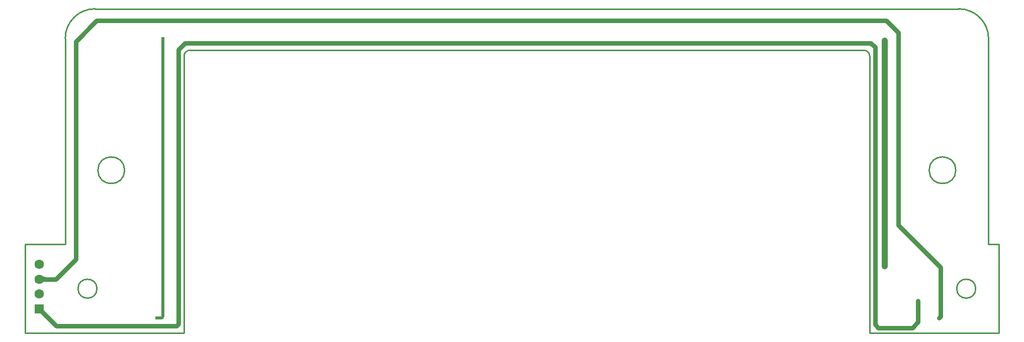
<source format=gtl>
G04*
G04 #@! TF.GenerationSoftware,Altium Limited,Altium Designer,18.1.8 (232)*
G04*
G04 Layer_Physical_Order=1*
G04 Layer_Color=255*
%FSLAX25Y25*%
%MOIN*%
G70*
G01*
G75*
%ADD10C,0.01000*%
%ADD14C,0.02953*%
%ADD15C,0.03000*%
%ADD16C,0.03937*%
%ADD17C,0.01968*%
%ADD18R,0.06299X0.06299*%
%ADD19C,0.06299*%
%ADD20C,0.02400*%
D10*
X617126Y108268D02*
G03*
X617126Y108268I-8858J0D01*
G01*
X560040Y184055D02*
G03*
X556103Y187992I-3937J0D01*
G01*
X109252D02*
G03*
X105315Y184055I0J-3937D01*
G01*
X46260Y215551D02*
G03*
X26575Y195866I0J-19685D01*
G01*
X638780D02*
G03*
X619095Y215551I-19685J0D01*
G01*
X630315Y29528D02*
G03*
X630315Y29528I-6299J0D01*
G01*
X65945Y108268D02*
G03*
X65945Y108268I-8858J0D01*
G01*
X47638Y29528D02*
G03*
X47638Y29528I-6299J0D01*
G01*
X560040Y0D02*
X645670D01*
X560040D02*
Y184055D01*
X109252Y187992D02*
X556103D01*
X105315Y0D02*
Y184055D01*
X0Y0D02*
X105315D01*
X0D02*
Y58875D01*
Y55174D02*
Y59055D01*
X26575D01*
Y195866D01*
X46260Y215551D02*
X619095D01*
X638780Y59055D02*
Y195866D01*
Y59055D02*
X645670D01*
Y0D02*
Y59055D01*
D14*
X10367Y37027D02*
G03*
X13223Y35844I2856J2856D01*
G01*
D02*
G03*
X10367Y34661I0J-4039D01*
G01*
X607087Y10972D02*
Y43701D01*
X579134Y71653D02*
X607087Y43701D01*
X579134Y71653D02*
Y199606D01*
X606085Y9971D02*
X607087Y10972D01*
X571046Y207694D02*
X579134Y199606D01*
X47372Y207694D02*
X571046D01*
X9183Y35844D02*
X20404D01*
X33593Y49033D01*
Y193914D01*
X47372Y207694D01*
D15*
X101703Y6034D02*
Y45276D01*
X588189Y3543D02*
X592109Y7463D01*
X565696Y3543D02*
X588189D01*
X563514Y5725D02*
X565696Y3543D01*
X563514Y5725D02*
Y190029D01*
X560810Y192733D02*
X563514Y190029D01*
X592109Y7463D02*
Y21260D01*
X106119Y192733D02*
X560810D01*
X20618Y4724D02*
X100394D01*
X9183Y16159D02*
X20618Y4724D01*
X100394D02*
X101703Y6034D01*
Y45276D02*
Y188317D01*
X106119Y192733D01*
D16*
X570079Y44488D02*
X570079Y194488D01*
D17*
X90607Y10236D02*
X91367Y10996D01*
X87402Y10236D02*
X90607D01*
X91367Y190367D02*
X91367Y10996D01*
X91367Y190367D02*
Y195669D01*
D18*
X9183Y16159D02*
D03*
D19*
Y26001D02*
D03*
Y35844D02*
D03*
Y45686D02*
D03*
D20*
X570079Y44488D02*
D03*
Y194488D02*
D03*
X592109Y21260D02*
D03*
X87402Y10236D02*
D03*
X101575Y24409D02*
D03*
X101703Y45276D02*
D03*
X91367Y195669D02*
D03*
X606085Y9971D02*
D03*
M02*

</source>
